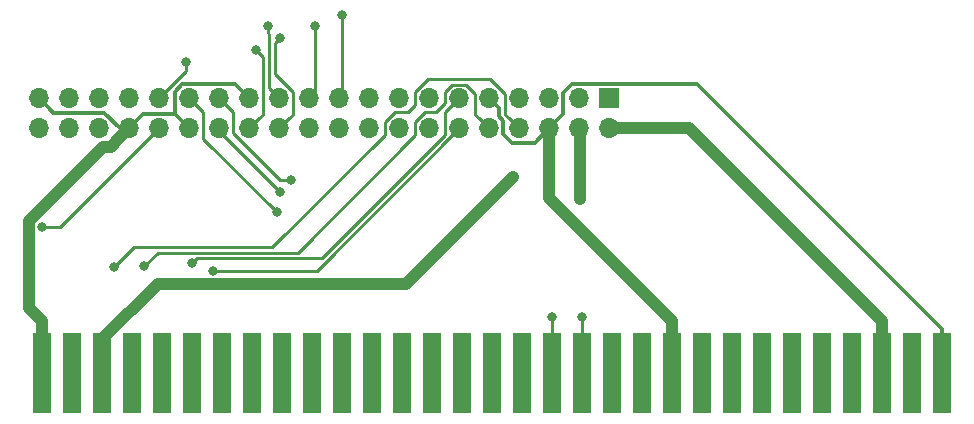
<source format=gbr>
G04 #@! TF.GenerationSoftware,KiCad,Pcbnew,(5.1.5)-3*
G04 #@! TF.CreationDate,2021-07-01T18:35:26+03:00*
G04 #@! TF.ProjectId,ISARPi,49534152-5069-42e6-9b69-6361645f7063,rev?*
G04 #@! TF.SameCoordinates,Original*
G04 #@! TF.FileFunction,Copper,L2,Bot*
G04 #@! TF.FilePolarity,Positive*
%FSLAX46Y46*%
G04 Gerber Fmt 4.6, Leading zero omitted, Abs format (unit mm)*
G04 Created by KiCad (PCBNEW (5.1.5)-3) date 2021-07-01 18:35:26*
%MOMM*%
%LPD*%
G04 APERTURE LIST*
%ADD10O,1.700000X1.700000*%
%ADD11R,1.700000X1.700000*%
%ADD12R,1.524000X6.858000*%
%ADD13C,0.800000*%
%ADD14C,1.000000*%
%ADD15C,0.300000*%
%ADD16C,0.250000*%
G04 APERTURE END LIST*
D10*
X91640000Y-69640000D03*
X91640000Y-67100000D03*
X94180000Y-69640000D03*
X94180000Y-67100000D03*
X96720000Y-69640000D03*
X96720000Y-67100000D03*
X99260000Y-69640000D03*
X99260000Y-67100000D03*
X101800000Y-69640000D03*
X101800000Y-67100000D03*
X104340000Y-69640000D03*
X104340000Y-67100000D03*
X106880000Y-69640000D03*
X106880000Y-67100000D03*
X109420000Y-69640000D03*
X109420000Y-67100000D03*
X111960000Y-69640000D03*
X111960000Y-67100000D03*
X114500000Y-69640000D03*
X114500000Y-67100000D03*
X117040000Y-69640000D03*
X117040000Y-67100000D03*
X119580000Y-69640000D03*
X119580000Y-67100000D03*
X122120000Y-69640000D03*
X122120000Y-67100000D03*
X124660000Y-69640000D03*
X124660000Y-67100000D03*
X127200000Y-69640000D03*
X127200000Y-67100000D03*
X129740000Y-69640000D03*
X129740000Y-67100000D03*
X132280000Y-69640000D03*
X132280000Y-67100000D03*
X134820000Y-69640000D03*
X134820000Y-67100000D03*
X137360000Y-69640000D03*
X137360000Y-67100000D03*
X139900000Y-69640000D03*
D11*
X139900000Y-67100000D03*
D12*
X91900000Y-90381000D03*
X94440000Y-90381000D03*
X96980000Y-90381000D03*
X99520000Y-90381000D03*
X102060000Y-90381000D03*
X104600000Y-90381000D03*
X107140000Y-90381000D03*
X109680000Y-90381000D03*
X112220000Y-90381000D03*
X114760000Y-90381000D03*
X117300000Y-90381000D03*
X119840000Y-90381000D03*
X122380000Y-90381000D03*
X124920000Y-90381000D03*
X127460000Y-90381000D03*
X130000000Y-90381000D03*
X132540000Y-90381000D03*
X135080000Y-90381000D03*
X137620000Y-90381000D03*
X140160000Y-90381000D03*
X142700000Y-90381000D03*
X145240000Y-90381000D03*
X147780000Y-90381000D03*
X150320000Y-90381000D03*
X152860000Y-90381000D03*
X155400000Y-90381000D03*
X157940000Y-90381000D03*
X160480000Y-90381000D03*
X163020000Y-90381000D03*
X165560000Y-90381000D03*
X168100000Y-90381000D03*
D13*
X131750000Y-73750000D03*
X137400000Y-75650000D03*
X135100000Y-85600000D03*
X137600000Y-85600000D03*
X91900000Y-78000000D03*
X104100000Y-64000000D03*
X111750000Y-76750000D03*
X113000000Y-74000000D03*
X110000000Y-63000000D03*
X112000000Y-62000000D03*
X111000000Y-61000000D03*
X115000000Y-61000000D03*
X117300000Y-60000000D03*
X106400000Y-81675000D03*
X104600000Y-81000000D03*
X100562500Y-81300000D03*
X98000000Y-81375000D03*
X112000000Y-75000000D03*
D14*
X134820000Y-75532000D02*
X134820000Y-70842081D01*
X134820000Y-70842081D02*
X134820000Y-69640000D01*
X145240000Y-85952000D02*
X134820000Y-75532000D01*
X145240000Y-90381000D02*
X145240000Y-85952000D01*
X97709999Y-71190001D02*
X98410001Y-70489999D01*
X98410001Y-70489999D02*
X99260000Y-69640000D01*
X97081997Y-71190001D02*
X97709999Y-71190001D01*
X90799999Y-77471999D02*
X97081997Y-71190001D01*
X91900000Y-85952000D02*
X90799999Y-84851999D01*
X90799999Y-84851999D02*
X90799999Y-77471999D01*
X91900000Y-90381000D02*
X91900000Y-85952000D01*
D15*
X136020001Y-66663997D02*
X136020001Y-68439999D01*
X135669999Y-68790001D02*
X134820000Y-69640000D01*
X136783999Y-65899999D02*
X136020001Y-66663997D01*
X147347999Y-65899999D02*
X136783999Y-65899999D01*
X136020001Y-68439999D02*
X135669999Y-68790001D01*
X168100000Y-86652000D02*
X147347999Y-65899999D01*
X168100000Y-90381000D02*
X168100000Y-86652000D01*
X130589999Y-67949999D02*
X129740000Y-67100000D01*
X130589999Y-68621763D02*
X130589999Y-67949999D01*
X130940001Y-68971765D02*
X130589999Y-68621763D01*
X131703999Y-70840001D02*
X130940001Y-70076003D01*
X133619999Y-70840001D02*
X131703999Y-70840001D01*
X130940001Y-70076003D02*
X130940001Y-68971765D01*
X134820000Y-69640000D02*
X133619999Y-70840001D01*
X92489999Y-67949999D02*
X91640000Y-67100000D01*
X92840001Y-68300001D02*
X92489999Y-67949999D01*
X97156003Y-68300001D02*
X92840001Y-68300001D01*
X98496002Y-69640000D02*
X97156003Y-68300001D01*
X99260000Y-69640000D02*
X98496002Y-69640000D01*
X100460001Y-68439999D02*
X103139999Y-68439999D01*
X99260000Y-69640000D02*
X100460001Y-68439999D01*
X103490001Y-68790001D02*
X104340000Y-69640000D01*
X103139999Y-66523999D02*
X103139999Y-68439999D01*
X103763999Y-65899999D02*
X103139999Y-66523999D01*
X108219999Y-65899999D02*
X103763999Y-65899999D01*
X103139999Y-68439999D02*
X103490001Y-68790001D01*
X109420000Y-67100000D02*
X108219999Y-65899999D01*
D14*
X141102081Y-69640000D02*
X139900000Y-69640000D01*
X146708000Y-69640000D02*
X141102081Y-69640000D01*
X163020000Y-85952000D02*
X146708000Y-69640000D01*
X163020000Y-90381000D02*
X163020000Y-85952000D01*
X101674997Y-82775001D02*
X122724999Y-82775001D01*
X96980000Y-90381000D02*
X96980000Y-87469998D01*
X96980000Y-87469998D02*
X101674997Y-82775001D01*
X122724999Y-82775001D02*
X131750000Y-73750000D01*
X131750000Y-73750000D02*
X131750000Y-73750000D01*
X137400000Y-69680000D02*
X137360000Y-69640000D01*
X137400000Y-75650000D02*
X137400000Y-69680000D01*
D16*
X135080000Y-86702000D02*
X135100000Y-86682000D01*
X135080000Y-90381000D02*
X135080000Y-86702000D01*
X135100000Y-86682000D02*
X135100000Y-85600000D01*
X135100000Y-85600000D02*
X135100000Y-85600000D01*
X137620000Y-86702000D02*
X137600000Y-86682000D01*
X137620000Y-90381000D02*
X137620000Y-86702000D01*
X137600000Y-86682000D02*
X137600000Y-85600000D01*
X137600000Y-85600000D02*
X137600000Y-85600000D01*
X93440000Y-78000000D02*
X101800000Y-69640000D01*
X91900000Y-78000000D02*
X93440000Y-78000000D01*
X104100000Y-64800000D02*
X101800000Y-67100000D01*
X104100000Y-64000000D02*
X104100000Y-64800000D01*
X105189999Y-67949999D02*
X104340000Y-67100000D01*
X105515001Y-68275001D02*
X105189999Y-67949999D01*
X105515001Y-70515001D02*
X105515001Y-68275001D01*
X111750000Y-76750000D02*
X105515001Y-70515001D01*
X107729999Y-67949999D02*
X106880000Y-67100000D01*
X108055001Y-70014003D02*
X108055001Y-68275001D01*
X112040998Y-74000000D02*
X108055001Y-70014003D01*
X108055001Y-68275001D02*
X107729999Y-67949999D01*
X113000000Y-74000000D02*
X112040998Y-74000000D01*
X110269999Y-68790001D02*
X109420000Y-69640000D01*
X110595001Y-68464999D02*
X110269999Y-68790001D01*
X110595001Y-63595001D02*
X110595001Y-68464999D01*
X110000000Y-63000000D02*
X110595001Y-63595001D01*
X112809999Y-68790001D02*
X111960000Y-69640000D01*
X113135001Y-68464999D02*
X112809999Y-68790001D01*
X113135001Y-66535999D02*
X113135001Y-68464999D01*
X111600001Y-65000999D02*
X113135001Y-66535999D01*
X111600001Y-62399999D02*
X111600001Y-65000999D01*
X112000000Y-62000000D02*
X111600001Y-62399999D01*
X111110001Y-61675686D02*
X111110001Y-66250001D01*
X111110001Y-66250001D02*
X111960000Y-67100000D01*
X111000000Y-61565685D02*
X111110001Y-61675686D01*
X111000000Y-61000000D02*
X111000000Y-61565685D01*
X115000000Y-66600000D02*
X114500000Y-67100000D01*
X115000000Y-61000000D02*
X115000000Y-66600000D01*
X117300000Y-66840000D02*
X117040000Y-67100000D01*
X117300000Y-60000000D02*
X117300000Y-66840000D01*
X115165000Y-81675000D02*
X127200000Y-69640000D01*
X106400000Y-81675000D02*
X115165000Y-81675000D01*
X126350001Y-67949999D02*
X127200000Y-67100000D01*
X104600000Y-81000000D02*
X104999999Y-80600001D01*
X126024999Y-68275001D02*
X126350001Y-67949999D01*
X104999999Y-80600001D02*
X115603589Y-80600001D01*
X115603589Y-80600001D02*
X126024999Y-70178591D01*
X126024999Y-70178591D02*
X126024999Y-68275001D01*
X100562500Y-81300000D02*
X101712509Y-80149991D01*
X126635999Y-65924999D02*
X127764001Y-65924999D01*
X126024999Y-66535999D02*
X126635999Y-65924999D01*
X126024999Y-67474003D02*
X126024999Y-66535999D01*
X128564999Y-68464999D02*
X128890001Y-68790001D01*
X125224001Y-68275001D02*
X126024999Y-67474003D01*
X124285997Y-68275001D02*
X125224001Y-68275001D01*
X123484999Y-69075999D02*
X124285997Y-68275001D01*
X128564999Y-66725997D02*
X128564999Y-68464999D01*
X123484999Y-70204001D02*
X123484999Y-69075999D01*
X127764001Y-65924999D02*
X128564999Y-66725997D01*
X113539009Y-80149991D02*
X123484999Y-70204001D01*
X128890001Y-68790001D02*
X129740000Y-69640000D01*
X101712509Y-80149991D02*
X113539009Y-80149991D01*
X131104999Y-68464999D02*
X131430001Y-68790001D01*
X131104999Y-66725997D02*
X131104999Y-68464999D01*
X129853991Y-65474989D02*
X131104999Y-66725997D01*
X124546009Y-65474989D02*
X129853991Y-65474989D01*
X123484999Y-66535999D02*
X124546009Y-65474989D01*
X122873999Y-68275001D02*
X123484999Y-67664001D01*
X121745997Y-68275001D02*
X122873999Y-68275001D01*
X120944999Y-69075999D02*
X121745997Y-68275001D01*
X120944999Y-70155001D02*
X120944999Y-69075999D01*
X111400019Y-79699981D02*
X120944999Y-70155001D01*
X123484999Y-67664001D02*
X123484999Y-66535999D01*
X99675019Y-79699981D02*
X111400019Y-79699981D01*
X131430001Y-68790001D02*
X132280000Y-69640000D01*
X98000000Y-81375000D02*
X99675019Y-79699981D01*
X106880000Y-69880000D02*
X106880000Y-69640000D01*
X112000000Y-75000000D02*
X106880000Y-69880000D01*
M02*

</source>
